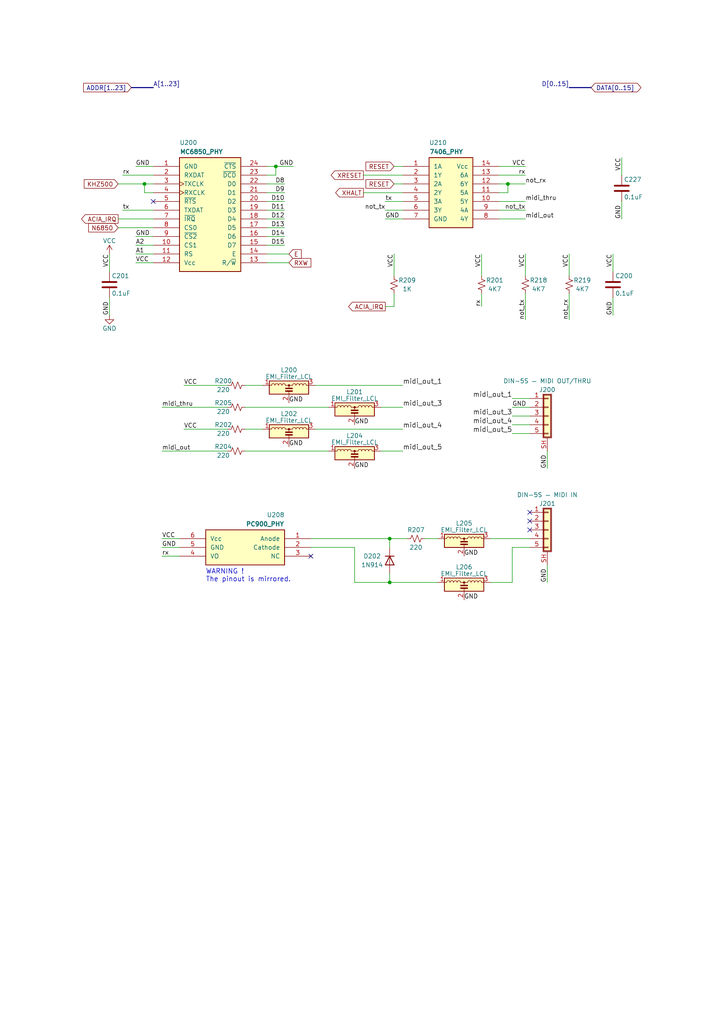
<source format=kicad_sch>
(kicad_sch (version 20230121) (generator eeschema)
  (paper "A4" portrait)
  (title_block (title "Converted schematics of Atari STE") (date "2021-08-31") (rev "1.0.0") (comment 1 "Reference : C300780-001"))
  (lib_symbols
    (symbol "74x06:7406_PHY" (pin_names (offset 1.27))
      (property "Reference" "U" (at 0 0 0))
      (property "Value" "7406_PHY" (at 0 0 0))
      (symbol "7406_PHY_0_0"
        (rectangle (start -6.35 10.16) (end 6.35 -10.16) (stroke (width 0.254)) (fill (type background)))
        (pin input line (at -13.97 7.62 0) (length 7.62) (name "1A") (number "1"))
        (pin output line (at 13.97 -2.54 180) (length 7.62) (name "5Y") (number "10"))
        (pin input line (at 13.97 0 180) (length 7.62) (name "5A") (number "11"))
        (pin output line (at 13.97 2.54 180) (length 7.62) (name "6Y") (number "12"))
        (pin input line (at 13.97 5.08 180) (length 7.62) (name "6A") (number "13"))
        (pin power_in line (at 13.97 7.62 180) (length 7.62) (name "Vcc") (number "14"))
        (pin output line (at -13.97 5.08 0) (length 7.62) (name "1Y") (number "2"))
        (pin input line (at -13.97 2.54 0) (length 7.62) (name "2A") (number "3"))
        (pin output line (at -13.97 0 0) (length 7.62) (name "2Y") (number "4"))
        (pin input line (at -13.97 -2.54 0) (length 7.62) (name "3A") (number "5"))
        (pin output line (at -13.97 -5.08 0) (length 7.62) (name "3Y") (number "6"))
        (pin power_in line (at -13.97 -7.62 0) (length 7.62) (name "GND") (number "7"))
        (pin output line (at 13.97 -7.62 180) (length 7.62) (name "4Y") (number "8"))
        (pin input line (at 13.97 -5.08 180) (length 7.62) (name "4A") (number "9"))
      )
    )
    (symbol "Connector_Generic_Shielded:Conn_01x05_Shielded" (pin_names (offset 1.016) hide)
      (property "Reference" "J" (at 0.254 7.366 0))
      (property "Value" "Conn_01x05_Shielded" (at 1.016 -7.366 0))
      (symbol "Conn_01x05_Shielded_1_1"
        (rectangle (start -1.27 6.35) (end 1.27 -6.35) (stroke (width 0.1524)))
        (rectangle (start -1.016 -4.953) (end 0.254 -5.207) (stroke (width 0.1524)))
        (rectangle (start -1.016 -2.413) (end 0.254 -2.667) (stroke (width 0.1524)))
        (rectangle (start -1.016 0.127) (end 0.254 -0.127) (stroke (width 0.1524)))
        (rectangle (start -1.016 2.667) (end 0.254 2.413) (stroke (width 0.1524)))
        (rectangle (start -1.016 5.207) (end 0.254 4.953) (stroke (width 0.1524)))
        (rectangle (start -1.016 6.096) (end 1.016 -6.096) (stroke (width 0.254)) (fill (type background)))
        (pin passive line (at -5.08 5.08 0) (length 4.064) (name "Pin_1") (number "1"))
        (pin passive line (at -5.08 2.54 0) (length 4.064) (name "Pin_2") (number "2"))
        (pin passive line (at -5.08 0 0) (length 4.064) (name "Pin_3") (number "3"))
        (pin passive line (at -5.08 -2.54 0) (length 4.064) (name "Pin_4") (number "4"))
        (pin passive line (at -5.08 -5.08 0) (length 4.064) (name "Pin_5") (number "5"))
        (pin passive line (at 0 -10.16 90) (length 3.81) (name "Shield") (number "SH"))
      )
    )
    (symbol "Device:C" (pin_numbers hide) (pin_names (offset 0.254))
      (property "Reference" "C" (at 0.635 2.54 0))
      (property "Value" "C" (at 0.635 -2.54 0))
      (symbol "C_0_1"
        (polyline (pts (xy -2.032 -0.762) (xy 2.032 -0.762)) (stroke (width 0.508)))
        (polyline (pts (xy -2.032 0.762) (xy 2.032 0.762)) (stroke (width 0.508)))
      )
      (symbol "C_1_1"
        (pin passive line (at 0 3.81 270) (length 2.794) (name "~") (number "1"))
        (pin passive line (at 0 -3.81 90) (length 2.794) (name "~") (number "2"))
      )
    )
    (symbol "Device:D" (pin_numbers hide) (pin_names (offset 1.016) hide)
      (property "Reference" "D" (at 0 2.54 0))
      (property "Value" "D" (at 0 -2.54 0))
      (symbol "D_0_1"
        (polyline (pts (xy -1.27 1.27) (xy -1.27 -1.27)) (stroke (width 0.254)))
        (polyline (pts (xy 1.27 0) (xy -1.27 0)))
        (polyline (pts (xy 1.27 1.27) (xy 1.27 -1.27) (xy -1.27 0) (xy 1.27 1.27)) (stroke (width 0.254)))
      )
      (symbol "D_1_1"
        (pin passive line (at -3.81 0 0) (length 2.54) (name "K") (number "1"))
        (pin passive line (at 3.81 0 180) (length 2.54) (name "A") (number "2"))
      )
    )
    (symbol "Device:EMI_Filter_LCL" (pin_names (offset 0.254) hide)
      (property "Reference" "FL" (at 0 6.985 0))
      (property "Value" "Device_EMI_Filter_LCL" (at 0 5.08 0))
      (symbol "EMI_Filter_LCL_0_1"
        (rectangle (start -5.715 3.81) (end 5.715 0) (stroke (width 0.254)) (fill (type background)))
        (arc (start -4.064 2.54) (mid -4.572 3.0457) (end -5.08 2.54))
        (arc (start -3.048 2.54) (mid -3.556 3.0457) (end -4.064 2.54))
        (arc (start -2.032 2.54) (mid -2.54 3.0457) (end -3.048 2.54))
        (rectangle (start -1.016 0.762) (end 1.016 1.016) (fill (type outline)))
        (arc (start -1.016 2.54) (mid -1.524 3.0457) (end -2.032 2.54))
        (polyline (pts (xy -1.016 2.54) (xy 1.016 2.54)))
        (polyline (pts (xy 0 0.762) (xy 0 0)))
        (polyline (pts (xy 0 2.54) (xy 0 1.778)))
        (circle (center 0 2.54) (radius 0.254) (fill (type outline)))
        (rectangle (start 1.016 1.524) (end -1.016 1.778) (fill (type outline)))
        (arc (start 2.032 2.54) (mid 1.524 3.0457) (end 1.016 2.54))
        (arc (start 3.048 2.54) (mid 2.54 3.0457) (end 2.032 2.54))
        (arc (start 4.064 2.54) (mid 3.556 3.0457) (end 3.048 2.54))
        (arc (start 5.08 2.54) (mid 4.572 3.0457) (end 4.064 2.54))
      )
      (symbol "EMI_Filter_LCL_1_1"
        (pin passive line (at -7.62 2.54 0) (length 2.54) (name "1") (number "1"))
        (pin passive line (at 0 -2.54 90) (length 2.54) (name "2") (number "2"))
        (pin passive line (at 7.62 2.54 180) (length 2.54) (name "3") (number "3"))
      )
    )
    (symbol "Device:R_Small_US" (pin_numbers hide) (pin_names (offset 0.254) hide)
      (property "Reference" "R" (at 0.762 0.508 0))
      (property "Value" "R_Small_US" (at 0.762 -1.016 0))
      (symbol "R_Small_US_1_1"
        (polyline (pts (xy 0 0) (xy 1.016 -0.381) (xy 0 -0.762) (xy -1.016 -1.143) (xy 0 -1.524)))
        (polyline (pts (xy 0 1.524) (xy 1.016 1.143) (xy 0 0.762) (xy -1.016 0.381) (xy 0 0)))
        (pin passive line (at 0 2.54 270) (length 1.016) (name "~") (number "1"))
        (pin passive line (at 0 -2.54 90) (length 1.016) (name "~") (number "2"))
      )
    )
    (symbol "acia:MC6850_PHY" (pin_names (offset 1.27))
      (property "Reference" "U" (at 0 0 0))
      (property "Value" "MC6850_PHY" (at 0 0 0))
      (symbol "MC6850_PHY_0_0"
        (rectangle (start -8.89 16.51) (end 8.89 -16.51) (stroke (width 0.254)) (fill (type background)))
        (pin power_in line (at -16.51 13.97 0) (length 7.62) (name "GND") (number "1"))
        (pin input line (at -16.51 -8.89 0) (length 7.62) (name "CS1") (number "10"))
        (pin input line (at -16.51 -11.43 0) (length 7.62) (name "RS") (number "11"))
        (pin power_in line (at -16.51 -13.97 0) (length 7.62) (name "Vcc") (number "12"))
        (pin input line (at 16.51 -13.97 180) (length 7.62) (name "R/~{W}") (number "13"))
        (pin input line (at 16.51 -11.43 180) (length 7.62) (name "E") (number "14"))
        (pin bidirectional line (at 16.51 -8.89 180) (length 7.62) (name "D7") (number "15"))
        (pin bidirectional line (at 16.51 -6.35 180) (length 7.62) (name "D6") (number "16"))
        (pin bidirectional line (at 16.51 -3.81 180) (length 7.62) (name "D5") (number "17"))
        (pin bidirectional line (at 16.51 -1.27 180) (length 7.62) (name "D4") (number "18"))
        (pin bidirectional line (at 16.51 1.27 180) (length 7.62) (name "D3") (number "19"))
        (pin input line (at -16.51 11.43 0) (length 7.62) (name "RXDAT") (number "2"))
        (pin bidirectional line (at 16.51 3.81 180) (length 7.62) (name "D2") (number "20"))
        (pin bidirectional line (at 16.51 6.35 180) (length 7.62) (name "D1") (number "21"))
        (pin bidirectional line (at 16.51 8.89 180) (length 7.62) (name "D0") (number "22"))
        (pin input line (at 16.51 11.43 180) (length 7.62) (name "~{DCD}") (number "23"))
        (pin input line (at 16.51 13.97 180) (length 7.62) (name "~{CTS}") (number "24"))
        (pin input clock (at -16.51 8.89 0) (length 7.62) (name "TXCLK") (number "3"))
        (pin input clock (at -16.51 6.35 0) (length 7.62) (name "RXCLK") (number "4"))
        (pin output line (at -16.51 3.81 0) (length 7.62) (name "~{RTS}") (number "5"))
        (pin output line (at -16.51 1.27 0) (length 7.62) (name "TXDAT") (number "6"))
        (pin open_collector line (at -16.51 -1.27 0) (length 7.62) (name "~{IRQ}") (number "7"))
        (pin input line (at -16.51 -3.81 0) (length 7.62) (name "CS0") (number "8"))
        (pin input line (at -16.51 -6.35 0) (length 7.62) (name "~{CS2}") (number "9"))
      )
    )
    (symbol "pc900-dip6:PC900_PHY" (pin_names (offset 1.27))
      (property "Reference" "U" (at 0 0 0))
      (property "Value" "PC900_PHY" (at 0 0 0))
      (symbol "PC900_PHY_0_0"
        (rectangle (start -11.43 5.08) (end 11.43 -5.08) (stroke (width 0.254)) (fill (type background)))
        (pin input line (at -19.05 2.54 0) (length 7.62) (name "Anode") (number "1"))
        (pin output line (at -19.05 0 0) (length 7.62) (name "Cathode") (number "2"))
        (pin no_connect line (at -19.05 -2.54 0) (length 7.62) (name "NC") (number "3"))
        (pin output line (at 19.05 -2.54 180) (length 7.62) (name "VO") (number "4"))
        (pin power_in line (at 19.05 0 180) (length 7.62) (name "GND") (number "5"))
        (pin power_in line (at 19.05 2.54 180) (length 7.62) (name "Vcc") (number "6"))
      )
    )
    (symbol "power:GND" (power) (pin_names (offset 0))
      (property "Value" "GND" (at 0 -3.81 0))
      (symbol "GND_0_1"
        (polyline (pts (xy 0 0) (xy 0 -1.27) (xy 1.27 -1.27) (xy 0 -2.54) (xy -1.27 -1.27) (xy 0 -1.27)))
      )
      (symbol "GND_1_1"
        (pin power_in line (at 0 0 270) (length 0) hide (name "GND") (number "1"))
      )
    )
    (symbol "power:VCC" (power) (pin_names (offset 0))
      (property "Value" "VCC" (at 0 3.81 0))
      (symbol "VCC_0_1"
        (polyline (pts (xy -0.762 1.27) (xy 0 2.54)))
        (polyline (pts (xy 0 0) (xy 0 2.54)))
        (polyline (pts (xy 0 2.54) (xy 0.762 1.27)))
      )
      (symbol "VCC_1_1"
        (pin power_in line (at 0 0 90) (length 0) hide (name "VCC") (number "1"))
      )
    )
  )
  (junction (at 147.32 53.34))
  (junction (at 80.01 48.26))
  (junction (at 41.91 53.34))
  (junction (at 113.03 156.21))
  (junction (at 113.03 168.91))
  (no_connect (at 153.67 148.59))
  (no_connect (at 90.17 161.29))
  (no_connect (at 153.67 151.13))
  (no_connect (at 153.67 153.67))
  (no_connect (at 44.45 58.42))
  (wire (pts (xy 165.1 73.66) (xy 165.1 80.01)))
  (wire (pts (xy 39.37 71.12) (xy 44.45 71.12)))
  (wire (pts (xy 80.01 50.8) (xy 80.01 48.26)))
  (wire (pts (xy 148.59 123.19) (xy 153.67 123.19)))
  (wire (pts (xy 139.7 85.09) (xy 139.7 88.9)))
  (wire (pts (xy 41.91 53.34) (xy 44.45 53.34)))
  (wire (pts (xy 91.44 111.76) (xy 116.84 111.76)))
  (wire (pts (xy 31.75 86.36) (xy 31.75 91.44)))
  (wire (pts (xy 71.12 124.46) (xy 76.2 124.46)))
  (wire (pts (xy 77.47 71.12) (xy 82.55 71.12)))
  (wire (pts (xy 144.78 58.42) (xy 152.4 58.42)))
  (wire (pts (xy 41.91 53.34) (xy 41.91 55.88)))
  (wire (pts (xy 148.59 118.11) (xy 153.67 118.11)))
  (wire (pts (xy 35.56 60.96) (xy 44.45 60.96)))
  (wire (pts (xy 77.47 66.04) (xy 82.55 66.04)))
  (wire (pts (xy 91.44 124.46) (xy 116.84 124.46)))
  (wire (pts (xy 46.99 158.75) (xy 52.07 158.75)))
  (wire (pts (xy 180.34 45.72) (xy 180.34 50.8)))
  (wire (pts (xy 34.29 66.04) (xy 44.45 66.04)))
  (wire (pts (xy 144.78 48.26) (xy 152.4 48.26)))
  (bus (pts (xy 165.1 25.4) (xy 171.45 25.4)))
  (wire (pts (xy 46.99 118.11) (xy 66.04 118.11)))
  (wire (pts (xy 148.59 125.73) (xy 153.67 125.73)))
  (wire (pts (xy 113.03 156.21) (xy 118.11 156.21)))
  (wire (pts (xy 90.17 158.75) (xy 102.87 158.75)))
  (wire (pts (xy 105.41 50.8) (xy 116.84 50.8)))
  (wire (pts (xy 113.03 156.21) (xy 113.03 158.75)))
  (wire (pts (xy 77.47 73.66) (xy 83.82 73.66)))
  (wire (pts (xy 114.3 73.66) (xy 114.3 80.01)))
  (wire (pts (xy 77.47 50.8) (xy 80.01 50.8)))
  (wire (pts (xy 39.37 48.26) (xy 44.45 48.26)))
  (wire (pts (xy 46.99 156.21) (xy 52.07 156.21)))
  (wire (pts (xy 148.59 158.75) (xy 153.67 158.75)))
  (wire (pts (xy 177.8 86.36) (xy 177.8 91.44)))
  (wire (pts (xy 144.78 55.88) (xy 147.32 55.88)))
  (wire (pts (xy 158.75 168.91) (xy 158.75 163.83)))
  (wire (pts (xy 111.76 88.9) (xy 114.3 88.9)))
  (wire (pts (xy 114.3 48.26) (xy 116.84 48.26)))
  (wire (pts (xy 142.24 168.91) (xy 148.59 168.91)))
  (wire (pts (xy 102.87 158.75) (xy 102.87 168.91)))
  (wire (pts (xy 39.37 68.58) (xy 44.45 68.58)))
  (wire (pts (xy 113.03 168.91) (xy 127 168.91)))
  (wire (pts (xy 144.78 60.96) (xy 152.4 60.96)))
  (wire (pts (xy 41.91 55.88) (xy 44.45 55.88)))
  (wire (pts (xy 53.34 124.46) (xy 66.04 124.46)))
  (wire (pts (xy 77.47 48.26) (xy 80.01 48.26)))
  (wire (pts (xy 113.03 166.37) (xy 113.03 168.91)))
  (wire (pts (xy 147.32 55.88) (xy 147.32 53.34)))
  (wire (pts (xy 34.29 53.34) (xy 41.91 53.34)))
  (wire (pts (xy 148.59 158.75) (xy 148.59 168.91)))
  (wire (pts (xy 71.12 130.81) (xy 95.25 130.81)))
  (wire (pts (xy 114.3 85.09) (xy 114.3 88.9)))
  (wire (pts (xy 147.32 53.34) (xy 152.4 53.34)))
  (wire (pts (xy 144.78 53.34) (xy 147.32 53.34)))
  (wire (pts (xy 77.47 58.42) (xy 82.55 58.42)))
  (wire (pts (xy 111.76 63.5) (xy 116.84 63.5)))
  (wire (pts (xy 123.19 156.21) (xy 127 156.21)))
  (wire (pts (xy 71.12 111.76) (xy 76.2 111.76)))
  (wire (pts (xy 142.24 156.21) (xy 153.67 156.21)))
  (wire (pts (xy 111.76 60.96) (xy 116.84 60.96)))
  (wire (pts (xy 90.17 156.21) (xy 113.03 156.21)))
  (wire (pts (xy 165.1 85.09) (xy 165.1 92.71)))
  (wire (pts (xy 144.78 50.8) (xy 152.4 50.8)))
  (wire (pts (xy 180.34 58.42) (xy 180.34 63.5)))
  (wire (pts (xy 31.75 73.66) (xy 31.75 78.74)))
  (bus (pts (xy 38.1 25.4) (xy 44.45 25.4)))
  (wire (pts (xy 39.37 73.66) (xy 44.45 73.66)))
  (wire (pts (xy 46.99 130.81) (xy 66.04 130.81)))
  (wire (pts (xy 80.01 48.26) (xy 85.09 48.26)))
  (wire (pts (xy 158.75 135.89) (xy 158.75 130.81)))
  (wire (pts (xy 148.59 120.65) (xy 153.67 120.65)))
  (wire (pts (xy 77.47 60.96) (xy 82.55 60.96)))
  (wire (pts (xy 148.59 115.57) (xy 153.67 115.57)))
  (wire (pts (xy 152.4 73.66) (xy 152.4 80.01)))
  (wire (pts (xy 110.49 130.81) (xy 116.84 130.81)))
  (wire (pts (xy 35.56 50.8) (xy 44.45 50.8)))
  (wire (pts (xy 39.37 76.2) (xy 44.45 76.2)))
  (wire (pts (xy 114.3 53.34) (xy 116.84 53.34)))
  (wire (pts (xy 105.41 55.88) (xy 116.84 55.88)))
  (wire (pts (xy 77.47 63.5) (xy 82.55 63.5)))
  (wire (pts (xy 77.47 76.2) (xy 83.82 76.2)))
  (wire (pts (xy 77.47 55.88) (xy 82.55 55.88)))
  (wire (pts (xy 34.29 63.5) (xy 44.45 63.5)))
  (wire (pts (xy 110.49 118.11) (xy 116.84 118.11)))
  (wire (pts (xy 152.4 85.09) (xy 152.4 92.71)))
  (wire (pts (xy 144.78 63.5) (xy 152.4 63.5)))
  (wire (pts (xy 111.76 58.42) (xy 116.84 58.42)))
  (wire (pts (xy 53.34 111.76) (xy 66.04 111.76)))
  (wire (pts (xy 71.12 118.11) (xy 95.25 118.11)))
  (wire (pts (xy 139.7 73.66) (xy 139.7 80.01)))
  (wire (pts (xy 177.8 73.66) (xy 177.8 78.74)))
  (wire (pts (xy 46.99 161.29) (xy 52.07 161.29)))
  (wire (pts (xy 102.87 168.91) (xy 113.03 168.91)))
  (wire (pts (xy 77.47 53.34) (xy 82.55 53.34)))
  (wire (pts (xy 77.47 68.58) (xy 82.55 68.58)))
  (text "WARNING ! \nThe pinout is mirrored." (at 59.69 168.91 0) (effects (font (size 1.397 1.397)) (justify left bottom)))
  (label "GND" (at 134.62 161.29 0))
  (label "not_rx" (at 152.4 53.34 0))
  (label "D[0..15]" (at 165.1 25.4 180))
  (label "GND" (at 31.75 91.44 90))
  (label "GND" (at 83.82 129.54 0))
  (label "GND" (at 111.76 63.5 0))
  (label "GND" (at 39.37 48.26 0))
  (label "GND" (at 158.75 168.91 90))
  (label "A1" (at 39.37 73.66 0))
  (label "VCC" (at 180.34 45.72 270))
  (label "VCC" (at 139.7 73.66 270))
  (label "A[1..23]" (at 44.45 25.4 0))
  (label "VCC" (at 31.75 73.66 270))
  (label "midi_out_1" (at 148.59 115.57 180) (effects (font (size 1.397 1.397))))
  (label "GND" (at 134.62 173.99 0))
  (label "VCC" (at 152.4 48.26 180))
  (label "VCC" (at 114.3 73.66 270))
  (label "tx" (at 35.56 60.96 0))
  (label "VCC" (at 177.8 73.66 270))
  (label "GND" (at 46.99 158.75 0))
  (label "midi_out_4" (at 116.84 124.46 0) (effects (font (size 1.397 1.397))))
  (label "rx" (at 152.4 50.8 180))
  (label "not_tx" (at 152.4 92.71 90))
  (label "D10" (at 82.55 58.42 180))
  (label "GND" (at 177.8 91.44 90))
  (label "D8" (at 82.55 53.34 180))
  (label "D13" (at 82.55 66.04 180))
  (label "midi_out_5" (at 116.84 130.81 0) (effects (font (size 1.397 1.397))))
  (label "VCC" (at 39.37 76.2 0))
  (label "not_tx" (at 111.76 60.96 180))
  (label "midi_thru" (at 46.99 118.11 0))
  (label "GND" (at 83.82 116.84 0))
  (label "midi_out_4" (at 148.59 123.19 180) (effects (font (size 1.397 1.397))))
  (label "rx" (at 35.56 50.8 0))
  (label "GND" (at 102.87 135.89 0))
  (label "D14" (at 82.55 68.58 180))
  (label "VCC" (at 165.1 73.66 270))
  (label "D11" (at 82.55 60.96 180))
  (label "GND" (at 180.34 63.5 90))
  (label "midi_out_3" (at 148.59 120.65 180) (effects (font (size 1.397 1.397))))
  (label "VCC" (at 46.99 156.21 0))
  (label "midi_out_1" (at 116.84 111.76 0) (effects (font (size 1.397 1.397))))
  (label "midi_out" (at 46.99 130.81 0))
  (label "rx" (at 46.99 161.29 0))
  (label "D9" (at 82.55 55.88 180))
  (label "GND" (at 158.75 135.89 90))
  (label "A2" (at 39.37 71.12 0))
  (label "midi_out_5" (at 148.59 125.73 180) (effects (font (size 1.397 1.397))))
  (label "GND" (at 39.37 68.58 0))
  (label "midi_out_3" (at 116.84 118.11 0) (effects (font (size 1.397 1.397))))
  (label "tx" (at 111.76 58.42 0))
  (label "VCC" (at 53.34 124.46 0))
  (label "rx" (at 139.7 88.9 90))
  (label "GND" (at 102.87 123.19 0))
  (label "not_tx" (at 152.4 60.96 180))
  (label "D15" (at 82.55 71.12 180))
  (label "VCC" (at 152.4 73.66 270))
  (label "GND" (at 85.09 48.26 180))
  (label "GND" (at 148.59 118.11 0))
  (label "D12" (at 82.55 63.5 180))
  (label "not_rx" (at 165.1 92.71 90))
  (label "midi_thru" (at 152.4 58.42 0))
  (label "midi_out" (at 152.4 63.5 0))
  (label "VCC" (at 53.34 111.76 0))
  (global_label "E" (shape input) (at 83.82 73.66 0) (property "Intersheetrefs" "${INTERSHEET_REFS}" (effects hide)))
  (global_label "N6850" (shape input) (at 34.29 66.04 180) (property "Intersheetrefs" "${INTERSHEET_REFS}" (effects hide)))
  (global_label "KHZ500" (shape input) (at 34.29 53.34 180) (property "Intersheetrefs" "${INTERSHEET_REFS}" (effects hide)))
  (global_label "RXW" (shape input) (at 83.82 76.2 0) (property "Intersheetrefs" "${INTERSHEET_REFS}" (effects hide)))
  (global_label "RESET" (shape input) (at 114.3 48.26 180) (property "Intersheetrefs" "${INTERSHEET_REFS}" (effects hide)))
  (global_label "DATA[0..15]" (shape bidirectional) (at 171.45 25.4 0) (property "Intersheetrefs" "${INTERSHEET_REFS}" (effects hide)))
  (global_label "XHALT" (shape output) (at 105.41 55.88 180) (property "Intersheetrefs" "${INTERSHEET_REFS}" (effects hide)))
  (global_label "ADDR[1..23]" (shape input) (at 38.1 25.4 180) (property "Intersheetrefs" "${INTERSHEET_REFS}" (effects hide)))
  (global_label "RESET" (shape input) (at 114.3 53.34 180) (property "Intersheetrefs" "${INTERSHEET_REFS}" (effects hide)))
  (global_label "ACIA_IRQ" (shape output) (at 34.29 63.5 180) (property "Intersheetrefs" "${INTERSHEET_REFS}" (effects hide)))
  (global_label "ACIA_IRQ" (shape output) (at 111.76 88.9 180) (property "Intersheetrefs" "${INTERSHEET_REFS}" (effects hide)))
  (global_label "XRESET" (shape output) (at 105.41 50.8 180) (property "Intersheetrefs" "${INTERSHEET_REFS}" (effects hide)))
  (symbol (lib_id "acia:MC6850_PHY") (at 60.96 62.23 0) (unit 1)
    (property "Reference" "U200" (at 52.07 40.64 0) (effects (justify left top)))
    (property "Value" "MC6850_PHY" (at 52.07 43.18 0) (effects (font bold) (justify left top)))
    (property "Footprint" "Package_DIP:DIP-24_W15.24mm_LongPads" (effects hide))
  )
  (symbol (lib_id "74x06:7406_PHY") (at 130.81 55.88 0) (unit 1)
    (property "Reference" "U210" (at 124.46 40.64 0) (effects (justify left top)))
    (property "Value" "7406_PHY" (at 124.46 43.18 0) (effects (font bold) (justify left top)))
    (property "Footprint" "Package_DIP:DIP-14_W7.62mm_LongPads" (effects hide))
  )
  (symbol (lib_id "pc900-dip6:PC900_PHY") (at 71.12 158.75 0) (mirror y) (unit 1)
    (property "Reference" "U208" (at 82.55 148.59 0) (effects (justify left top)))
    (property "Value" "PC900_PHY" (at 82.55 151.13 0) (effects (font bold) (justify left top)))
    (property "Footprint" "Package_DIP:DIP-6_W7.62mm_LongPads" (effects hide))
  )
  (symbol (lib_id "Device:D") (at 113.03 162.56 270) (unit 1)
    (property "Reference" "D202" (at 107.95 161.29 90))
    (property "Value" "1N914" (at 107.95 163.83 90))
    (property "Footprint" "commons_passives_THT:Passive_THT_diode_W2.54mm_L12.70mm" (effects hide))
  )
  (symbol (lib_id "Device:R_Small_US") (at 139.7 82.55 180) (unit 1)
    (property "Reference" "R201" (at 143.51 81.28 0))
    (property "Value" "4K7" (at 143.51 83.82 0))
    (property "Footprint" "commons_passives_THT:Passive_THT_resistor_W2.54mm_L12.70mm" (effects hide))
  )
  (symbol (lib_id "Device:R_Small_US") (at 152.4 82.55 180) (unit 1)
    (property "Reference" "R218" (at 156.21 81.28 0))
    (property "Value" "4K7" (at 156.21 83.82 0))
    (property "Footprint" "commons_passives_THT:Passive_THT_resistor_W2.54mm_L12.70mm" (effects hide))
  )
  (symbol (lib_id "Device:C") (at 31.75 82.55 0) (unit 1)
    (property "Reference" "C201" (at 32.385 80.01 0) (effects (justify left)))
    (property "Value" "0.1uF" (at 32.385 85.09 0) (effects (justify left)))
    (property "Footprint" "commons_passives_THT:Passive_THT_capacitor_mlcc_W2.54mm_L7.62mm" (effects hide))
  )
  (symbol (lib_id "Device:EMI_Filter_LCL") (at 83.82 114.3 0) (unit 1)
    (property "Reference" "L200" (at 83.82 107.315 0))
    (property "Value" "EMI_Filter_LCL" (at 83.82 109.22 0))
    (property "Footprint" "commons_passives_THT:Passive_THT_EMI_filter_W5.08mm_L7.62mm" (effects hide))
    (property "Datasheet" "http://www.murata.com/~/media/webrenewal/support/library/catalog/products/emc/emifil/c31e.ashx?la=en-gb" (effects hide))
  )
  (symbol (lib_id "Device:R_Small_US") (at 165.1 82.55 180) (unit 1)
    (property "Reference" "R219" (at 168.91 81.28 0))
    (property "Value" "4K7" (at 168.91 83.82 0))
    (property "Footprint" "commons_passives_THT:Passive_THT_resistor_W2.54mm_L12.70mm" (effects hide))
  )
  (symbol (lib_id "Device:C") (at 177.8 82.55 0) (unit 1)
    (property "Reference" "C200" (at 178.435 80.01 0) (effects (justify left)))
    (property "Value" "0.1uF" (at 178.435 85.09 0) (effects (justify left)))
    (property "Footprint" "commons_passives_THT:Passive_THT_capacitor_mlcc_W2.54mm_L7.62mm" (effects hide))
  )
  (symbol (lib_id "Device:R_Small_US") (at 68.58 111.76 270) (unit 1)
    (property "Reference" "R200" (at 64.77 110.49 90))
    (property "Value" "220" (at 64.77 113.03 90))
    (property "Footprint" "commons_passives_THT:Passive_THT_resistor_W2.54mm_L12.70mm" (effects hide))
  )
  (symbol (lib_id "Device:R_Small_US") (at 68.58 118.11 270) (unit 1)
    (property "Reference" "R205" (at 64.77 116.84 90))
    (property "Value" "220" (at 64.77 119.38 90))
    (property "Footprint" "commons_passives_THT:Passive_THT_resistor_W2.54mm_L12.70mm" (effects hide))
  )
  (symbol (lib_id "Device:R_Small_US") (at 68.58 124.46 270) (unit 1)
    (property "Reference" "R202" (at 64.77 123.19 90))
    (property "Value" "220" (at 64.77 125.73 90))
    (property "Footprint" "commons_passives_THT:Passive_THT_resistor_W2.54mm_L12.70mm" (effects hide))
  )
  (symbol (lib_id "Device:R_Small_US") (at 68.58 130.81 270) (unit 1)
    (property "Reference" "R204" (at 64.77 129.54 90))
    (property "Value" "220" (at 64.77 132.08 90))
    (property "Footprint" "commons_passives_THT:Passive_THT_resistor_W2.54mm_L12.70mm" (effects hide))
  )
  (symbol (lib_id "Device:EMI_Filter_LCL") (at 102.87 120.65 0) (unit 1)
    (property "Reference" "L201" (at 102.87 113.665 0))
    (property "Value" "EMI_Filter_LCL" (at 102.87 115.57 0))
    (property "Footprint" "commons_passives_THT:Passive_THT_EMI_filter_W5.08mm_L7.62mm" (effects hide))
    (property "Datasheet" "http://www.murata.com/~/media/webrenewal/support/library/catalog/products/emc/emifil/c31e.ashx?la=en-gb" (effects hide))
  )
  (symbol (lib_id "Device:EMI_Filter_LCL") (at 83.82 127 0) (unit 1)
    (property "Reference" "L202" (at 83.82 120.015 0))
    (property "Value" "EMI_Filter_LCL" (at 83.82 121.92 0))
    (property "Footprint" "commons_passives_THT:Passive_THT_EMI_filter_W5.08mm_L7.62mm" (effects hide))
    (property "Datasheet" "http://www.murata.com/~/media/webrenewal/support/library/catalog/products/emc/emifil/c31e.ashx?la=en-gb" (effects hide))
  )
  (symbol (lib_id "Device:EMI_Filter_LCL") (at 102.87 133.35 0) (unit 1)
    (property "Reference" "L204" (at 102.87 126.365 0))
    (property "Value" "EMI_Filter_LCL" (at 102.87 128.27 0))
    (property "Footprint" "commons_passives_THT:Passive_THT_EMI_filter_W5.08mm_L7.62mm" (effects hide))
    (property "Datasheet" "http://www.murata.com/~/media/webrenewal/support/library/catalog/products/emc/emifil/c31e.ashx?la=en-gb" (effects hide))
  )
  (symbol (lib_id "Device:R_Small_US") (at 120.65 156.21 270) (unit 1)
    (property "Reference" "R207" (at 120.65 153.67 90))
    (property "Value" "220" (at 120.65 158.75 90))
    (property "Footprint" "commons_passives_THT:Passive_THT_resistor_W2.54mm_L12.70mm" (effects hide))
  )
  (symbol (lib_id "Device:EMI_Filter_LCL") (at 134.62 158.75 0) (unit 1)
    (property "Reference" "L205" (at 134.62 151.765 0))
    (property "Value" "EMI_Filter_LCL" (at 134.62 153.67 0))
    (property "Footprint" "commons_passives_THT:Passive_THT_EMI_filter_W5.08mm_L7.62mm" (effects hide))
    (property "Datasheet" "http://www.murata.com/~/media/webrenewal/support/library/catalog/products/emc/emifil/c31e.ashx?la=en-gb" (effects hide))
  )
  (symbol (lib_id "Device:EMI_Filter_LCL") (at 134.62 171.45 0) (unit 1)
    (property "Reference" "L206" (at 134.62 164.465 0))
    (property "Value" "EMI_Filter_LCL" (at 134.62 166.37 0))
    (property "Footprint" "commons_passives_THT:Passive_THT_EMI_filter_W5.08mm_L7.62mm" (effects hide))
    (property "Datasheet" "http://www.murata.com/~/media/webrenewal/support/library/catalog/products/emc/emifil/c31e.ashx?la=en-gb" (effects hide))
  )
  (symbol (lib_id "Device:C") (at 180.34 54.61 0) (unit 1)
    (property "Reference" "C227" (at 180.975 52.07 0) (effects (justify left)))
    (property "Value" "0.1uF" (at 180.975 57.15 0) (effects (justify left)))
    (property "Footprint" "commons_passives_THT:Passive_THT_capacitor_mlcc_W2.54mm_L7.62mm" (effects hide))
  )
  (symbol (lib_id "Device:R_Small_US") (at 114.3 82.55 180) (unit 1)
    (property "Reference" "R209" (at 118.11 81.28 0))
    (property "Value" "1K" (at 118.11 83.82 0))
    (property "Footprint" "commons_passives_THT:Passive_THT_resistor_W2.54mm_L12.70mm" (effects hide))
  )
  (symbol (lib_id "Connector_Generic_Shielded:Conn_01x05_Shielded") (at 158.75 120.65 0) (unit 1)
    (property "Reference" "J200" (at 158.75 113.03 0))
    (property "Value" "DIN-5S — MIDI OUT/THRU" (at 158.75 110.49 0))
    (property "Footprint" "commons-interconnect_THT:socket-din-5" (effects hide))
  )
  (symbol (lib_id "Connector_Generic_Shielded:Conn_01x05_Shielded") (at 158.75 153.67 0) (unit 1)
    (property "Reference" "J201" (at 158.75 146.05 0))
    (property "Value" "DIN-5S — MIDI IN" (at 158.75 143.51 0))
    (property "Footprint" "commons-interconnect_THT:socket-din-5" (effects hide))
  )
  (symbol (lib_id "power:GND") (at 31.75 91.44 0) (unit 1)
    (property "Reference" "#PWR011" (effects hide))
    (property "Value" "GND" (at 31.75 95.25 0))
  )
  (symbol (lib_id "power:VCC") (at 31.75 73.66 0) (unit 1)
    (property "Reference" "#PWR038" (effects hide))
    (property "Value" "VCC" (at 31.75 69.85 0))
  )
)
</source>
